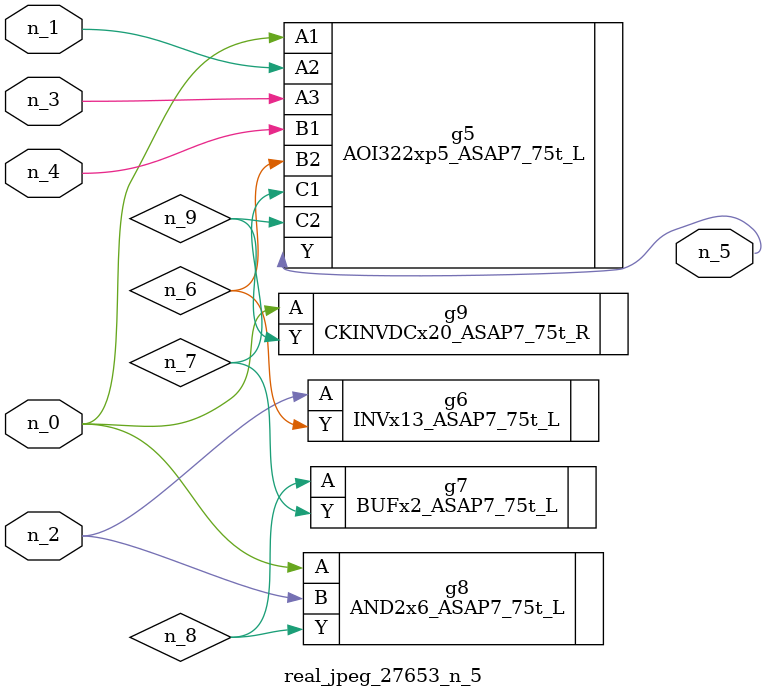
<source format=v>
module real_jpeg_27653_n_5 (n_4, n_0, n_1, n_2, n_3, n_5);

input n_4;
input n_0;
input n_1;
input n_2;
input n_3;

output n_5;

wire n_8;
wire n_6;
wire n_7;
wire n_9;

AOI322xp5_ASAP7_75t_L g5 ( 
.A1(n_0),
.A2(n_1),
.A3(n_3),
.B1(n_4),
.B2(n_6),
.C1(n_7),
.C2(n_9),
.Y(n_5)
);

AND2x6_ASAP7_75t_L g8 ( 
.A(n_0),
.B(n_2),
.Y(n_8)
);

CKINVDCx20_ASAP7_75t_R g9 ( 
.A(n_0),
.Y(n_9)
);

INVx13_ASAP7_75t_L g6 ( 
.A(n_2),
.Y(n_6)
);

BUFx2_ASAP7_75t_L g7 ( 
.A(n_8),
.Y(n_7)
);


endmodule
</source>
